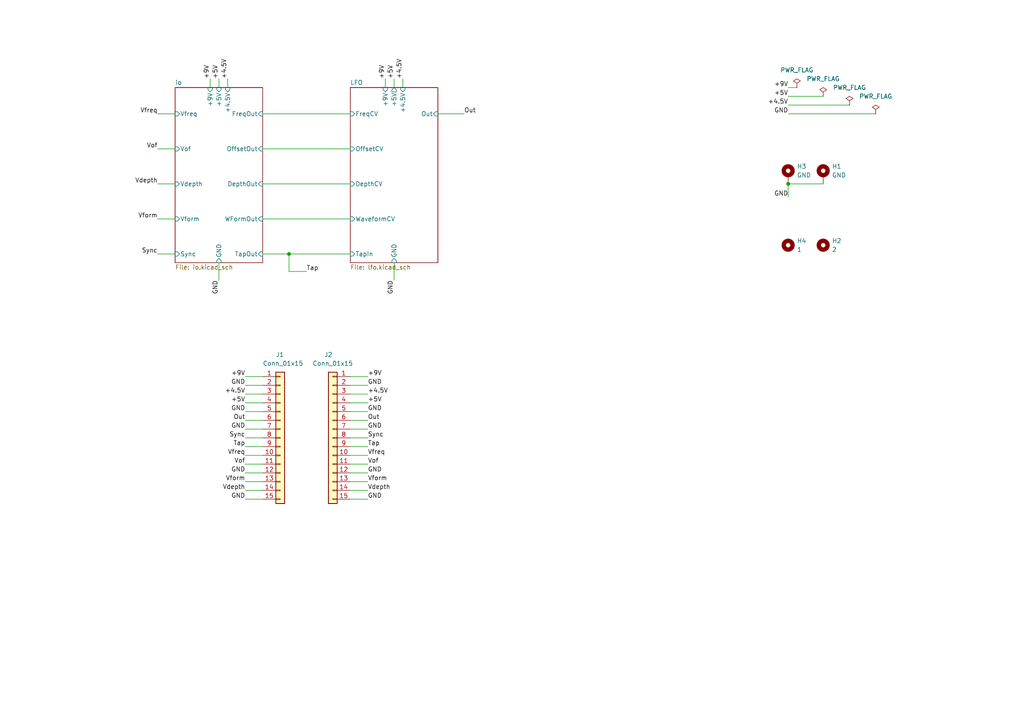
<source format=kicad_sch>
(kicad_sch (version 20211123) (generator eeschema)
  (paper "A4")
  (lib_symbols
    (symbol "Connector_Generic:Conn_01x15" (pin_names (offset 1.016) hide)
      (property "Reference" "J" (at 0 20.32 0))
      (property "Value" "Conn_01x15" (at 0 -20.32 0))
      (symbol "Conn_01x15_1_1"
        (rectangle (start -1.27 -17.653) (end 0 -17.907) (stroke (width 0.1524)))
        (rectangle (start -1.27 -15.113) (end 0 -15.367) (stroke (width 0.1524)))
        (rectangle (start -1.27 -12.573) (end 0 -12.827) (stroke (width 0.1524)))
        (rectangle (start -1.27 -10.033) (end 0 -10.287) (stroke (width 0.1524)))
        (rectangle (start -1.27 -7.493) (end 0 -7.747) (stroke (width 0.1524)))
        (rectangle (start -1.27 -4.953) (end 0 -5.207) (stroke (width 0.1524)))
        (rectangle (start -1.27 -2.413) (end 0 -2.667) (stroke (width 0.1524)))
        (rectangle (start -1.27 0.127) (end 0 -0.127) (stroke (width 0.1524)))
        (rectangle (start -1.27 2.667) (end 0 2.413) (stroke (width 0.1524)))
        (rectangle (start -1.27 5.207) (end 0 4.953) (stroke (width 0.1524)))
        (rectangle (start -1.27 7.747) (end 0 7.493) (stroke (width 0.1524)))
        (rectangle (start -1.27 10.287) (end 0 10.033) (stroke (width 0.1524)))
        (rectangle (start -1.27 12.827) (end 0 12.573) (stroke (width 0.1524)))
        (rectangle (start -1.27 15.367) (end 0 15.113) (stroke (width 0.1524)))
        (rectangle (start -1.27 17.907) (end 0 17.653) (stroke (width 0.1524)))
        (rectangle (start -1.27 19.05) (end 1.27 -19.05) (stroke (width 0.254)) (fill (type background)))
        (pin passive line (at -5.08 17.78 0) (length 3.81) (name "Pin_1") (number "1"))
        (pin passive line (at -5.08 -5.08 0) (length 3.81) (name "Pin_10") (number "10"))
        (pin passive line (at -5.08 -7.62 0) (length 3.81) (name "Pin_11") (number "11"))
        (pin passive line (at -5.08 -10.16 0) (length 3.81) (name "Pin_12") (number "12"))
        (pin passive line (at -5.08 -12.7 0) (length 3.81) (name "Pin_13") (number "13"))
        (pin passive line (at -5.08 -15.24 0) (length 3.81) (name "Pin_14") (number "14"))
        (pin passive line (at -5.08 -17.78 0) (length 3.81) (name "Pin_15") (number "15"))
        (pin passive line (at -5.08 15.24 0) (length 3.81) (name "Pin_2") (number "2"))
        (pin passive line (at -5.08 12.7 0) (length 3.81) (name "Pin_3") (number "3"))
        (pin passive line (at -5.08 10.16 0) (length 3.81) (name "Pin_4") (number "4"))
        (pin passive line (at -5.08 7.62 0) (length 3.81) (name "Pin_5") (number "5"))
        (pin passive line (at -5.08 5.08 0) (length 3.81) (name "Pin_6") (number "6"))
        (pin passive line (at -5.08 2.54 0) (length 3.81) (name "Pin_7") (number "7"))
        (pin passive line (at -5.08 0 0) (length 3.81) (name "Pin_8") (number "8"))
        (pin passive line (at -5.08 -2.54 0) (length 3.81) (name "Pin_9") (number "9"))
      )
    )
    (symbol "Mechanical:MountingHole" (pin_names (offset 1.016))
      (property "Reference" "H" (at 0 5.08 0))
      (property "Value" "MountingHole" (at 0 3.175 0))
      (symbol "MountingHole_0_1"
        (circle (center 0 0) (radius 1.27) (stroke (width 1.27)))
      )
    )
    (symbol "Mechanical:MountingHole_Pad" (pin_numbers hide) (pin_names (offset 1.016) hide)
      (property "Reference" "H" (at 0 6.35 0))
      (property "Value" "MountingHole_Pad" (at 0 4.445 0))
      (symbol "MountingHole_Pad_0_1"
        (circle (center 0 1.27) (radius 1.27) (stroke (width 1.27)))
      )
      (symbol "MountingHole_Pad_1_1"
        (pin input line (at 0 -2.54 90) (length 2.54) (name "1") (number "1"))
      )
    )
    (symbol "power:PWR_FLAG" (power) (pin_numbers hide) (pin_names (offset 0) hide)
      (property "Value" "PWR_FLAG" (at 0 3.81 0))
      (symbol "PWR_FLAG_0_0"
        (pin power_out line (at 0 0 90) (length 0) (name "pwr") (number "1"))
      )
      (symbol "PWR_FLAG_0_1"
        (polyline (pts (xy 0 0) (xy 0 1.27) (xy -1.016 1.905) (xy 0 2.54) (xy 1.016 1.905) (xy 0 1.27)))
      )
    )
  )
  (junction (at 83.82 73.66))
  (junction (at 228.6 53.34))
  (wire (pts (xy 76.2 73.66) (xy 83.82 73.66)))
  (wire (pts (xy 45.72 43.18) (xy 50.8 43.18)))
  (wire (pts (xy 127 33.02) (xy 134.62 33.02)))
  (wire (pts (xy 60.96 22.86) (xy 60.96 25.4)))
  (wire (pts (xy 71.12 142.24) (xy 76.2 142.24)))
  (wire (pts (xy 45.72 63.5) (xy 50.8 63.5)))
  (wire (pts (xy 228.6 27.94) (xy 238.76 27.94)))
  (wire (pts (xy 83.82 73.66) (xy 101.6 73.66)))
  (wire (pts (xy 101.6 116.84) (xy 106.68 116.84)))
  (wire (pts (xy 101.6 132.08) (xy 106.68 132.08)))
  (wire (pts (xy 101.6 142.24) (xy 106.68 142.24)))
  (wire (pts (xy 228.6 30.48) (xy 246.38 30.48)))
  (wire (pts (xy 101.6 119.38) (xy 106.68 119.38)))
  (wire (pts (xy 228.6 53.34) (xy 238.76 53.34)))
  (wire (pts (xy 101.6 114.3) (xy 106.68 114.3)))
  (wire (pts (xy 71.12 129.54) (xy 76.2 129.54)))
  (wire (pts (xy 114.3 22.86) (xy 114.3 25.4)))
  (wire (pts (xy 66.04 22.86) (xy 66.04 25.4)))
  (wire (pts (xy 101.6 144.78) (xy 106.68 144.78)))
  (wire (pts (xy 228.6 53.34) (xy 228.6 57.15)))
  (wire (pts (xy 71.12 121.92) (xy 76.2 121.92)))
  (wire (pts (xy 101.6 127) (xy 106.68 127)))
  (wire (pts (xy 63.5 22.86) (xy 63.5 25.4)))
  (wire (pts (xy 228.6 33.02) (xy 254 33.02)))
  (wire (pts (xy 101.6 109.22) (xy 106.68 109.22)))
  (wire (pts (xy 228.6 25.4) (xy 231.14 25.4)))
  (wire (pts (xy 71.12 137.16) (xy 76.2 137.16)))
  (wire (pts (xy 45.72 53.34) (xy 50.8 53.34)))
  (wire (pts (xy 63.5 76.2) (xy 63.5 81.28)))
  (wire (pts (xy 101.6 129.54) (xy 106.68 129.54)))
  (wire (pts (xy 71.12 124.46) (xy 76.2 124.46)))
  (wire (pts (xy 71.12 132.08) (xy 76.2 132.08)))
  (wire (pts (xy 114.3 76.2) (xy 114.3 81.28)))
  (wire (pts (xy 83.82 78.74) (xy 88.9 78.74)))
  (wire (pts (xy 101.6 137.16) (xy 106.68 137.16)))
  (wire (pts (xy 111.76 22.86) (xy 111.76 25.4)))
  (wire (pts (xy 76.2 63.5) (xy 101.6 63.5)))
  (wire (pts (xy 116.84 22.86) (xy 116.84 25.4)))
  (wire (pts (xy 101.6 139.7) (xy 106.68 139.7)))
  (wire (pts (xy 45.72 33.02) (xy 50.8 33.02)))
  (wire (pts (xy 71.12 127) (xy 76.2 127)))
  (wire (pts (xy 83.82 73.66) (xy 83.82 78.74)))
  (wire (pts (xy 76.2 53.34) (xy 101.6 53.34)))
  (wire (pts (xy 76.2 33.02) (xy 101.6 33.02)))
  (wire (pts (xy 45.72 73.66) (xy 50.8 73.66)))
  (wire (pts (xy 71.12 139.7) (xy 76.2 139.7)))
  (wire (pts (xy 76.2 43.18) (xy 101.6 43.18)))
  (wire (pts (xy 71.12 134.62) (xy 76.2 134.62)))
  (wire (pts (xy 71.12 119.38) (xy 76.2 119.38)))
  (wire (pts (xy 101.6 124.46) (xy 106.68 124.46)))
  (wire (pts (xy 101.6 134.62) (xy 106.68 134.62)))
  (wire (pts (xy 71.12 111.76) (xy 76.2 111.76)))
  (wire (pts (xy 71.12 114.3) (xy 76.2 114.3)))
  (wire (pts (xy 71.12 109.22) (xy 76.2 109.22)))
  (wire (pts (xy 71.12 116.84) (xy 76.2 116.84)))
  (wire (pts (xy 101.6 111.76) (xy 106.68 111.76)))
  (wire (pts (xy 101.6 121.92) (xy 106.68 121.92)))
  (wire (pts (xy 71.12 144.78) (xy 76.2 144.78)))
  (label "GND" (at 228.6 57.15 180))
  (label "GND" (at 71.12 124.46 180))
  (label "Vfreq" (at 45.72 33.02 180))
  (label "+9V" (at 111.76 22.86 90))
  (label "Vfreq" (at 106.68 132.08 0))
  (label "Out" (at 134.62 33.02 0))
  (label "+4.5V" (at 116.84 22.86 90))
  (label "+9V" (at 228.6 25.4 180))
  (label "GND" (at 71.12 111.76 180))
  (label "GND" (at 106.68 119.38 0))
  (label "GND" (at 71.12 144.78 180))
  (label "Sync" (at 106.68 127 0))
  (label "Vof" (at 45.72 43.18 180))
  (label "Sync" (at 71.12 127 180))
  (label "Sync" (at 45.72 73.66 180))
  (label "+4.5V" (at 228.6 30.48 180))
  (label "GND" (at 114.3 81.28 270))
  (label "Vof" (at 71.12 134.62 180))
  (label "GND" (at 106.68 137.16 0))
  (label "Vdepth" (at 106.68 142.24 0))
  (label "+9V" (at 60.96 22.86 90))
  (label "Vform" (at 71.12 139.7 180))
  (label "Out" (at 106.68 121.92 0))
  (label "GND" (at 228.6 33.02 180))
  (label "Tap" (at 88.9 78.74 0))
  (label "GND" (at 106.68 111.76 0))
  (label "Vof" (at 106.68 134.62 0))
  (label "GND" (at 106.68 124.46 0))
  (label "Tap" (at 106.68 129.54 0))
  (label "+4.5V" (at 66.04 22.86 90))
  (label "+9V" (at 71.12 109.22 180))
  (label "GND" (at 71.12 119.38 180))
  (label "Vdepth" (at 45.72 53.34 180))
  (label "Tap" (at 71.12 129.54 180))
  (label "Vform" (at 106.68 139.7 0))
  (label "Vdepth" (at 71.12 142.24 180))
  (label "GND" (at 106.68 144.78 0))
  (label "+5V" (at 114.3 22.86 90))
  (label "+4.5V" (at 71.12 114.3 180))
  (label "GND" (at 63.5 81.28 270))
  (label "+5V" (at 71.12 116.84 180))
  (label "+5V" (at 106.68 116.84 0))
  (label "GND" (at 71.12 137.16 180))
  (label "+4.5V" (at 106.68 114.3 0))
  (label "+5V" (at 228.6 27.94 180))
  (label "Out" (at 71.12 121.92 180))
  (label "Vform" (at 45.72 63.5 180))
  (label "Vfreq" (at 71.12 132.08 180))
  (label "+9V" (at 106.68 109.22 0))
  (label "+5V" (at 63.5 22.86 90))
  (symbol (lib_id "power:PWR_FLAG") (at 238.76 27.94 0) (unit 1)
    (property "Reference" "#FLG02" (effects hide))
    (property "Value" "PWR_FLAG" (at 238.76 22.86 0))
  )
  (symbol (lib_id "Mechanical:MountingHole_Pad") (at 238.76 50.8 0) (unit 1)
    (property "Reference" "H1" (at 241.3 48.2599 0) (effects (justify left)))
    (property "Value" "GND" (at 241.3 50.7999 0) (effects (justify left)))
    (property "Footprint" "MountingHole:MountingHole_3.2mm_M3_ISO14580_Pad" (effects hide))
  )
  (symbol (lib_id "Connector_Generic:Conn_01x15") (at 96.52 127 0) (mirror y) (unit 1)
    (property "Reference" "J2" (at 95.25 102.87 0))
    (property "Value" "Conn_01x15" (at 96.52 105.41 0))
    (property "Footprint" "Connector_PinSocket_2.54mm:PinSocket_1x15_P2.54mm_Vertical" (effects hide))
  )
  (symbol (lib_id "power:PWR_FLAG") (at 246.38 30.48 0) (unit 1)
    (property "Reference" "#FLG03" (effects hide))
    (property "Value" "PWR_FLAG" (at 246.38 25.4 0))
  )
  (symbol (lib_id "Mechanical:MountingHole") (at 238.76 71.12 0) (unit 1)
    (property "Reference" "H2" (at 241.3 69.8499 0) (effects (justify left)))
    (property "Value" "2" (at 241.3 72.3899 0) (effects (justify left)))
    (property "Footprint" "MountingHole:MountingHole_3.2mm_M3" (effects hide))
  )
  (symbol (lib_id "Mechanical:MountingHole") (at 228.6 71.12 0) (unit 1)
    (property "Reference" "H4" (at 231.14 69.8499 0) (effects (justify left)))
    (property "Value" "1" (at 231.14 72.3899 0) (effects (justify left)))
    (property "Footprint" "MountingHole:MountingHole_3.2mm_M3" (effects hide))
  )
  (symbol (lib_id "Mechanical:MountingHole_Pad") (at 228.6 50.8 0) (unit 1)
    (property "Reference" "H3" (at 231.14 48.2599 0) (effects (justify left)))
    (property "Value" "GND" (at 231.14 50.7999 0) (effects (justify left)))
    (property "Footprint" "MountingHole:MountingHole_3.2mm_M3_ISO14580_Pad" (effects hide))
  )
  (symbol (lib_id "Connector_Generic:Conn_01x15") (at 81.28 127 0) (unit 1)
    (property "Reference" "J1" (at 80.01 102.87 0) (effects (justify left)))
    (property "Value" "Conn_01x15" (at 76.2 105.41 0) (effects (justify left)))
    (property "Footprint" "Connector_PinSocket_2.54mm:PinSocket_1x15_P2.54mm_Vertical" (effects hide))
  )
  (symbol (lib_id "power:PWR_FLAG") (at 254 33.02 0) (unit 1)
    (property "Reference" "#FLG04" (effects hide))
    (property "Value" "PWR_FLAG" (at 254 27.94 0))
  )
  (symbol (lib_id "power:PWR_FLAG") (at 231.14 25.4 0) (unit 1)
    (property "Reference" "#FLG01" (effects hide))
    (property "Value" "PWR_FLAG" (at 231.14 20.32 0))
  )
  (sheet (at 50.8 25.4) (size 25.4 50.8) (stroke (width 0.1524))
    (property "Sheet name" "io" (at 50.8 24.6884 0) (effects (justify left bottom)))
    (property "Sheet file" "io.kicad_sch" (at 50.8 76.7846 0) (effects (justify left top)))
    (pin "+4.5V" input (at 66.04 25.4 90))
    (pin "OffsetOut" input (at 76.2 43.18 0))
    (pin "FreqOut" input (at 76.2 33.02 0))
    (pin "+9V" input (at 60.96 25.4 90))
    (pin "DepthOut" input (at 76.2 53.34 0))
    (pin "WFormOut" input (at 76.2 63.5 0))
    (pin "TapOut" input (at 76.2 73.66 0))
    (pin "GND" input (at 63.5 76.2 270))
    (pin "Sync" input (at 50.8 73.66 180))
    (pin "+5V" input (at 63.5 25.4 90))
    (pin "Vform" input (at 50.8 63.5 180))
    (pin "Vfreq" input (at 50.8 33.02 180))
    (pin "Vdepth" input (at 50.8 53.34 180))
    (pin "Vof" input (at 50.8 43.18 180))
  )
  (sheet (at 101.6 25.4) (size 25.4 50.8) (stroke (width 0.1524))
    (property "Sheet name" "LFO" (at 101.6 24.6884 0) (effects (justify left bottom)))
    (property "Sheet file" "lfo.kicad_sch" (at 101.6 76.7846 0) (effects (justify left top)))
    (pin "GND" input (at 114.3 76.2 270))
    (pin "+5V" output (at 114.3 25.4 90))
    (pin "OffsetCV" input (at 101.6 43.18 180))
    (pin "DepthCV" input (at 101.6 53.34 180))
    (pin "TapIn" input (at 101.6 73.66 180))
    (pin "FreqCV" input (at 101.6 33.02 180))
    (pin "WaveformCV" input (at 101.6 63.5 180))
    (pin "+9V" input (at 111.76 25.4 90))
    (pin "Out" input (at 127 33.02 0))
    (pin "+4.5V" input (at 116.84 25.4 90))
  )
)
</source>
